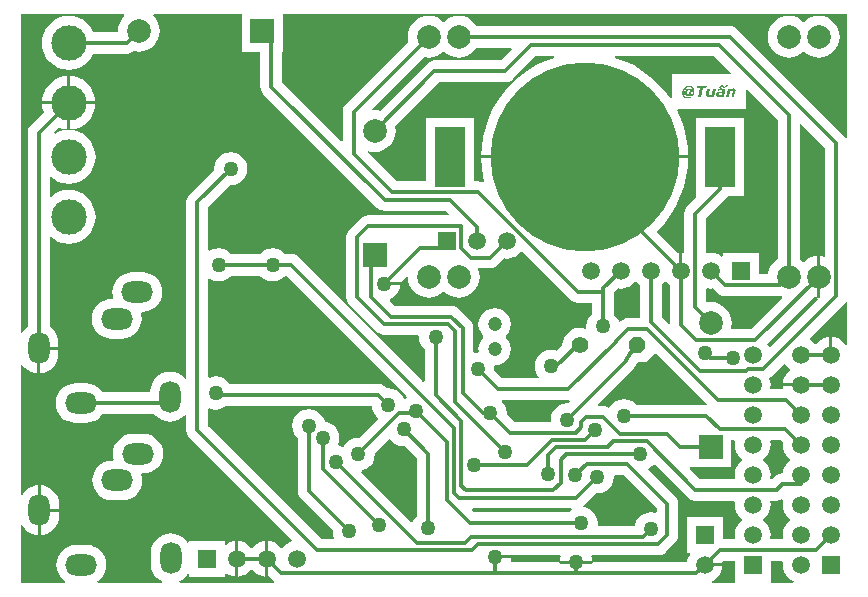
<source format=gbl>
%FSLAX25Y25*%
%MOIN*%
G70*
G01*
G75*
G04 Layer_Physical_Order=2*
G04 Layer_Color=16711680*
%ADD10R,0.05906X0.05512*%
%ADD11O,0.02756X0.09055*%
%ADD12R,0.05709X0.02362*%
%ADD13R,0.04331X0.05512*%
%ADD14R,0.03937X0.05118*%
%ADD15R,0.05512X0.04331*%
%ADD16O,0.02362X0.09055*%
%ADD17R,0.05906X0.11024*%
%ADD18R,0.11024X0.05906*%
%ADD19R,0.05118X0.03937*%
%ADD20R,0.05512X0.05906*%
%ADD21R,0.05906X0.05906*%
%ADD22O,0.08661X0.02362*%
%ADD23R,0.06102X0.13583*%
%ADD24R,0.06102X0.04331*%
%ADD25R,0.06102X0.04331*%
%ADD26C,0.01200*%
%ADD27C,0.04724*%
%ADD28O,0.07087X0.10630*%
%ADD29O,0.10630X0.07087*%
%ADD30C,0.05906*%
%ADD31R,0.05906X0.05906*%
%ADD32C,0.07874*%
%ADD33R,0.07874X0.07874*%
%ADD34C,0.05512*%
%ADD35P,0.05966X8X202.5*%
%ADD36C,0.04724*%
%ADD37C,0.11810*%
%ADD38R,0.07874X0.07874*%
%ADD39C,0.05000*%
%ADD40C,0.63000*%
%ADD41R,0.10000X0.20000*%
G36*
X354265Y287600D02*
X354133Y287167D01*
X354018Y286000D01*
X354133Y284833D01*
X354474Y283711D01*
X355027Y282677D01*
X355770Y281770D01*
X356404Y281250D01*
Y280750D01*
X355770Y280230D01*
X355027Y279323D01*
X354474Y278289D01*
X354133Y277167D01*
X354018Y276000D01*
X354117Y275002D01*
X353781Y274631D01*
X350219D01*
X349883Y275002D01*
X349982Y276000D01*
X349867Y277167D01*
X349526Y278289D01*
X348973Y279323D01*
X348230Y280230D01*
X347323Y280974D01*
Y281027D01*
X348230Y281770D01*
X348973Y282677D01*
X349526Y283711D01*
X349867Y284833D01*
X349982Y286000D01*
X349867Y287167D01*
X350016Y287369D01*
X352000D01*
X352940Y287493D01*
X352940D01*
X352940Y287493D01*
X352940Y287493D01*
X353816Y287855D01*
X353854Y287885D01*
X354265Y287600D01*
D02*
G37*
G36*
X311969Y284796D02*
Y283558D01*
X311553Y283280D01*
X311486Y283308D01*
X310050Y283498D01*
X308614Y283308D01*
X307276Y282754D01*
X306127Y281873D01*
X305246Y280724D01*
X304692Y279386D01*
X304642Y279012D01*
X292623D01*
X292293Y279388D01*
X292348Y279800D01*
X292158Y281236D01*
X291604Y282574D01*
X290723Y283723D01*
X289574Y284604D01*
X288236Y285158D01*
X287733Y285225D01*
X287603Y285708D01*
X287773Y285838D01*
X291836Y289900D01*
X292200Y289852D01*
X293636Y290042D01*
X294974Y290596D01*
X296123Y291477D01*
X297004Y292626D01*
X297558Y293964D01*
X297747Y295400D01*
X297709Y295693D01*
X298039Y296069D01*
X300696D01*
X311969Y284796D01*
D02*
G37*
G36*
X223242Y307875D02*
X223777Y307177D01*
X224926Y306296D01*
X226264Y305742D01*
X227700Y305553D01*
X228064Y305601D01*
X232269Y301396D01*
Y282546D01*
X231977Y282323D01*
X231096Y281174D01*
X230760Y280363D01*
X230270Y280265D01*
X213591Y296944D01*
X213752Y297417D01*
X213936Y297442D01*
X215274Y297996D01*
X216423Y298877D01*
X217304Y300026D01*
X217858Y301364D01*
X218047Y302800D01*
X218000Y303164D01*
X222743Y307908D01*
X223242Y307875D01*
D02*
G37*
G36*
X283631Y284301D02*
X282877Y283723D01*
X282807Y283631D01*
X251204D01*
X250523Y284312D01*
X250714Y284774D01*
X283470D01*
X283631Y284301D01*
D02*
G37*
G36*
X354094Y306771D02*
X354018Y306000D01*
X354133Y304833D01*
X354474Y303711D01*
X355027Y302677D01*
X355770Y301770D01*
X356404Y301250D01*
Y300750D01*
X355770Y300230D01*
X355027Y299323D01*
X354474Y298289D01*
X354133Y297167D01*
X354061Y296431D01*
X353800D01*
X352860Y296307D01*
X351985Y295945D01*
X351233Y295368D01*
X351232Y295368D01*
X350607Y294742D01*
X350107Y294754D01*
X349883Y295002D01*
X349982Y296000D01*
X349867Y297167D01*
X349526Y298289D01*
X348973Y299323D01*
X348230Y300230D01*
X347323Y300974D01*
Y301027D01*
X348230Y301770D01*
X348973Y302677D01*
X349526Y303711D01*
X349867Y304833D01*
X349982Y306000D01*
X349867Y307167D01*
X349867Y307167D01*
X350164Y307569D01*
X353296D01*
X354094Y306771D01*
D02*
G37*
G36*
X283141Y320476D02*
X282564Y319900D01*
X282200Y319948D01*
X280764Y319758D01*
X279426Y319204D01*
X278277Y318323D01*
X277396Y317174D01*
X276842Y315836D01*
X276653Y314400D01*
X276701Y314028D01*
X276372Y313652D01*
X264483D01*
X262000Y316136D01*
X262048Y316500D01*
X261858Y317936D01*
X261304Y319274D01*
X260423Y320423D01*
X260574Y320869D01*
X282500D01*
X282920Y320924D01*
X283141Y320476D01*
D02*
G37*
G36*
X354906Y332903D02*
X355027Y332677D01*
X355770Y331770D01*
X356404Y331250D01*
Y330750D01*
X355770Y330230D01*
X355027Y329323D01*
X354474Y328289D01*
X354133Y327167D01*
X354068Y326500D01*
X360001D01*
Y325500D01*
X354068D01*
X354117Y325002D01*
X353781Y324631D01*
X350219D01*
X349883Y325002D01*
X349982Y326000D01*
X349867Y327167D01*
X349544Y328231D01*
X350067Y328632D01*
X354411Y332976D01*
X354906Y332903D01*
D02*
G37*
G36*
X338134Y307167D02*
X338133Y307167D01*
X338018Y306000D01*
X338133Y304833D01*
X338474Y303711D01*
X339026Y302677D01*
X339770Y301770D01*
X340405Y301250D01*
Y300750D01*
X339770Y300230D01*
X339026Y299323D01*
X338474Y298289D01*
X338133Y297167D01*
X338018Y296000D01*
X338117Y295002D01*
X337781Y294631D01*
X326354D01*
X323038Y297947D01*
Y298447D01*
X323063Y298472D01*
D01*
X323063Y298472D01*
X336937D01*
Y307569D01*
X337836D01*
X338134Y307167D01*
D02*
G37*
G36*
X217142Y317914D02*
X217696Y316576D01*
X218577Y315427D01*
X219077Y315044D01*
X219110Y314545D01*
X212864Y308299D01*
X212500Y308348D01*
X211064Y308158D01*
X209726Y307604D01*
X208577Y306723D01*
X207696Y305574D01*
X207576Y305286D01*
X206436Y305758D01*
X206090Y305804D01*
X205840Y306237D01*
X206058Y306764D01*
X206247Y308200D01*
X206058Y309636D01*
X205504Y310974D01*
X204623Y312123D01*
X203474Y313004D01*
X202136Y313558D01*
X201382Y313658D01*
X201358Y313836D01*
X200804Y315174D01*
X199923Y316323D01*
X198774Y317204D01*
X197436Y317758D01*
X196000Y317948D01*
X194564Y317758D01*
X193226Y317204D01*
X192077Y316323D01*
X191196Y315174D01*
X190642Y313836D01*
X190453Y312400D01*
X190642Y310964D01*
X191196Y309626D01*
X192077Y308477D01*
X192369Y308254D01*
Y290702D01*
X192493Y289763D01*
X192855Y288887D01*
X193432Y288135D01*
X204000Y277567D01*
X203953Y277202D01*
X204142Y275767D01*
X204523Y274847D01*
X204245Y274431D01*
X200404D01*
X162531Y312304D01*
Y317919D01*
X162947Y318197D01*
X163564Y317942D01*
X165000Y317753D01*
X166436Y317942D01*
X167774Y318496D01*
X168390Y318969D01*
X217003D01*
X217142Y317914D01*
D02*
G37*
G36*
X322282Y288433D02*
X322282D01*
X322282Y288432D01*
X322283D01*
X322283Y288432D01*
Y288432D01*
X322283Y288432D01*
Y288432D01*
X323035Y287855D01*
X323291Y287749D01*
X323910Y287493D01*
X324850Y287369D01*
X324850Y287369D01*
X337781D01*
X338117Y286999D01*
X338018Y286000D01*
X338133Y284833D01*
X338474Y283711D01*
X339026Y282677D01*
X339770Y281770D01*
X340405Y281250D01*
Y280750D01*
X339770Y280230D01*
X339026Y279323D01*
X338474Y278289D01*
X338133Y277167D01*
X338018Y276000D01*
X338117Y275002D01*
X337781Y274631D01*
X333953D01*
Y281953D01*
X322047D01*
Y270047D01*
X323036D01*
X323250Y269595D01*
X323026Y269323D01*
X322474Y268289D01*
X322133Y267167D01*
X322100Y266831D01*
X290708D01*
X290648Y266900D01*
X290582Y266400D01*
X279618D01*
X279552Y266900D01*
X279492Y266831D01*
X263794D01*
X263464Y267207D01*
X263582Y268100D01*
X258099D01*
Y269100D01*
X263582D01*
X263609Y268893D01*
X263939Y269269D01*
X279678D01*
X279956Y268853D01*
X279742Y268336D01*
X279618Y267400D01*
X290582D01*
X290458Y268336D01*
X290244Y268853D01*
X290522Y269269D01*
X312500D01*
X313440Y269393D01*
X314316Y269755D01*
X315068Y270333D01*
X315068Y270332D01*
X315068Y270333D01*
X318167Y273432D01*
X318745Y274184D01*
X319107Y275060D01*
X319231Y276000D01*
X319231Y276000D01*
X319231Y276000D01*
Y276000D01*
Y286300D01*
X319107Y287240D01*
X318745Y288116D01*
X318167Y288867D01*
X309235Y297800D01*
X309274Y297996D01*
X310423Y298877D01*
X310806Y299377D01*
X311305Y299410D01*
X322282Y288433D01*
D02*
G37*
G36*
X331012Y422000D02*
X330147D01*
X330211Y422293D01*
X330205Y422287D01*
X330188Y422281D01*
X330164Y422263D01*
X330129Y422240D01*
X330053Y422193D01*
X329960Y422135D01*
X329954D01*
X329936Y422123D01*
X329913Y422111D01*
X329883Y422094D01*
X329807Y422058D01*
X329726Y422023D01*
X329720D01*
X329702Y422018D01*
X329673Y422006D01*
X329644Y421994D01*
X329556Y421971D01*
X329468Y421947D01*
X329462D01*
X329450Y421942D01*
X329427D01*
X329398Y421936D01*
X329328Y421930D01*
X329240Y421924D01*
X329181D01*
X329117Y421936D01*
X329041Y421947D01*
X328947Y421965D01*
X328860Y421994D01*
X328766Y422035D01*
X328684Y422094D01*
X328678Y422099D01*
X328655Y422123D01*
X328620Y422164D01*
X328585Y422222D01*
X328544Y422293D01*
X328515Y422380D01*
X328491Y422480D01*
X328479Y422597D01*
Y422603D01*
Y422614D01*
Y422632D01*
Y422655D01*
Y422708D01*
X328485Y422766D01*
Y422772D01*
Y422778D01*
X328491Y422796D01*
Y422819D01*
X328503Y422878D01*
X328515Y422942D01*
X328924Y424703D01*
X329802D01*
X329491Y423357D01*
Y423351D01*
X329486Y423334D01*
X329480Y423305D01*
X329468Y423269D01*
X329450Y423182D01*
X329433Y423094D01*
Y423088D01*
Y423076D01*
X329427Y423053D01*
Y423030D01*
X329421Y422971D01*
X329415Y422907D01*
Y422901D01*
Y422883D01*
X329421Y422854D01*
X329427Y422819D01*
X329450Y422743D01*
X329468Y422708D01*
X329491Y422679D01*
X329497D01*
X329509Y422667D01*
X329526Y422655D01*
X329556Y422644D01*
X329597Y422632D01*
X329649Y422620D01*
X329708Y422614D01*
X329784Y422608D01*
X329825D01*
X329854Y422614D01*
X329889Y422620D01*
X329930Y422626D01*
X330024Y422649D01*
X330030D01*
X330047Y422661D01*
X330077Y422667D01*
X330117Y422684D01*
X330158Y422702D01*
X330211Y422725D01*
X330328Y422784D01*
X330767Y424703D01*
X331638D01*
X331012Y422000D01*
D02*
G37*
G36*
X322945Y425650D02*
X322998D01*
X323068Y425644D01*
X323144Y425633D01*
X323232Y425615D01*
X323326Y425598D01*
X323419Y425568D01*
X323524Y425539D01*
X323630Y425498D01*
X323735Y425452D01*
X323834Y425399D01*
X323940Y425335D01*
X324033Y425258D01*
X324127Y425177D01*
X324133Y425171D01*
X324150Y425153D01*
X324174Y425130D01*
X324203Y425089D01*
X324238Y425042D01*
X324279Y424984D01*
X324320Y424919D01*
X324367Y424843D01*
X324408Y424755D01*
X324449Y424662D01*
X324490Y424562D01*
X324525Y424451D01*
X324560Y424334D01*
X324583Y424205D01*
X324595Y424077D01*
X324601Y423936D01*
Y423931D01*
Y423919D01*
Y423895D01*
Y423860D01*
X324595Y423825D01*
Y423778D01*
X324589Y423726D01*
X324583Y423667D01*
X324560Y423539D01*
X324536Y423386D01*
X324496Y423229D01*
X324443Y423065D01*
Y423059D01*
X324437Y423047D01*
X324425Y423024D01*
X324414Y422995D01*
X324402Y422954D01*
X324378Y422913D01*
X324338Y422807D01*
X324279Y422696D01*
X324215Y422573D01*
X324139Y422450D01*
X324057Y422333D01*
X322787D01*
Y422521D01*
X322781Y422515D01*
X322764Y422503D01*
X322735Y422485D01*
X322700Y422462D01*
X322612Y422415D01*
X322518Y422368D01*
X322512D01*
X322495Y422363D01*
X322471Y422357D01*
X322430Y422345D01*
X322384Y422339D01*
X322331Y422328D01*
X322261Y422322D01*
X322155D01*
X322132Y422328D01*
X322074Y422333D01*
X321998Y422351D01*
X321910Y422380D01*
X321816Y422421D01*
X321728Y422480D01*
X321647Y422556D01*
X321641Y422568D01*
X321617Y422603D01*
X321582Y422655D01*
X321547Y422725D01*
X321506Y422819D01*
X321477Y422936D01*
X321453Y423065D01*
X321442Y423211D01*
Y423217D01*
Y423240D01*
Y423275D01*
X321448Y423316D01*
X321453Y423369D01*
X321459Y423433D01*
X321471Y423503D01*
X321489Y423585D01*
X321530Y423755D01*
X321559Y423843D01*
X321588Y423936D01*
X321629Y424024D01*
X321676Y424118D01*
X321728Y424205D01*
X321793Y424293D01*
X321799Y424299D01*
X321810Y424311D01*
X321828Y424334D01*
X321857Y424363D01*
X321892Y424399D01*
X321933Y424434D01*
X321980Y424474D01*
X322033Y424521D01*
X322155Y424603D01*
X322302Y424673D01*
X322378Y424703D01*
X322466Y424726D01*
X322553Y424738D01*
X322641Y424744D01*
X322700D01*
X322735Y424738D01*
X322781Y424732D01*
X322828Y424720D01*
X322928Y424691D01*
X322934D01*
X322951Y424679D01*
X322974Y424668D01*
X323004Y424656D01*
X323074Y424615D01*
X323144Y424556D01*
X323173Y424709D01*
X323735D01*
X323349Y422743D01*
X323788D01*
Y422749D01*
X323794Y422755D01*
X323811Y422790D01*
X323840Y422842D01*
X323875Y422913D01*
X323916Y422995D01*
X323952Y423094D01*
X323992Y423199D01*
X324022Y423310D01*
Y423316D01*
X324028Y423322D01*
Y423340D01*
X324033Y423363D01*
X324045Y423422D01*
X324063Y423503D01*
X324080Y423597D01*
X324092Y423697D01*
X324098Y423808D01*
X324104Y423925D01*
Y423931D01*
Y423954D01*
Y423983D01*
X324098Y424024D01*
X324092Y424077D01*
X324086Y424135D01*
X324074Y424200D01*
X324063Y424270D01*
X324022Y424422D01*
X323998Y424498D01*
X323963Y424580D01*
X323922Y424656D01*
X323881Y424732D01*
X323829Y424802D01*
X323770Y424872D01*
X323764Y424878D01*
X323753Y424890D01*
X323735Y424907D01*
X323706Y424925D01*
X323676Y424954D01*
X323630Y424984D01*
X323583Y425013D01*
X323524Y425048D01*
X323460Y425083D01*
X323390Y425112D01*
X323308Y425141D01*
X323226Y425171D01*
X323132Y425188D01*
X323033Y425206D01*
X322928Y425217D01*
X322811Y425223D01*
X322752D01*
X322723Y425217D01*
X322688D01*
X322600Y425206D01*
X322501Y425188D01*
X322384Y425159D01*
X322267Y425124D01*
X322144Y425071D01*
X322138D01*
X322132Y425065D01*
X322115Y425054D01*
X322091Y425042D01*
X322027Y425013D01*
X321951Y424966D01*
X321863Y424907D01*
X321764Y424837D01*
X321664Y424750D01*
X321565Y424656D01*
X321553Y424644D01*
X321524Y424609D01*
X321477Y424556D01*
X321418Y424480D01*
X321354Y424387D01*
X321290Y424282D01*
X321219Y424159D01*
X321161Y424030D01*
Y424024D01*
X321155Y424012D01*
X321149Y423995D01*
X321138Y423966D01*
X321126Y423931D01*
X321114Y423895D01*
X321091Y423796D01*
X321062Y423679D01*
X321038Y423550D01*
X321021Y423404D01*
X321015Y423252D01*
Y423246D01*
Y423234D01*
Y423217D01*
Y423193D01*
X321021Y423129D01*
X321026Y423053D01*
X321038Y422959D01*
X321056Y422860D01*
X321079Y422755D01*
X321114Y422655D01*
X321120Y422644D01*
X321132Y422614D01*
X321155Y422568D01*
X321190Y422503D01*
X321225Y422439D01*
X321272Y422368D01*
X321331Y422293D01*
X321389Y422228D01*
X321395Y422222D01*
X321424Y422199D01*
X321459Y422170D01*
X321512Y422135D01*
X321571Y422094D01*
X321641Y422047D01*
X321723Y422006D01*
X321810Y421971D01*
X321822Y421965D01*
X321851Y421959D01*
X321904Y421942D01*
X321968Y421930D01*
X322044Y421912D01*
X322132Y421895D01*
X322226Y421889D01*
X322331Y421883D01*
X322413D01*
X322466Y421889D01*
X322536Y421895D01*
X322618Y421901D01*
X322711Y421912D01*
X322811Y421924D01*
X322822D01*
X322857Y421930D01*
X322910Y421942D01*
X322974Y421953D01*
X323051Y421965D01*
X323127Y421982D01*
X323203Y422000D01*
X323279Y422018D01*
X323209Y421555D01*
X323197D01*
X323168Y421550D01*
X323121Y421538D01*
X323062Y421526D01*
X322992Y421515D01*
X322916Y421503D01*
X322752Y421479D01*
X322741D01*
X322711Y421474D01*
X322670Y421468D01*
X322606D01*
X322536Y421462D01*
X322454Y421456D01*
X322366Y421450D01*
X322232D01*
X322191Y421456D01*
X322138D01*
X322068Y421468D01*
X321992Y421474D01*
X321904Y421491D01*
X321810Y421509D01*
X321711Y421532D01*
X321606Y421567D01*
X321500Y421602D01*
X321395Y421649D01*
X321284Y421702D01*
X321184Y421766D01*
X321079Y421842D01*
X320986Y421924D01*
X320980Y421930D01*
X320962Y421947D01*
X320939Y421971D01*
X320910Y422012D01*
X320874Y422058D01*
X320833Y422117D01*
X320787Y422181D01*
X320746Y422257D01*
X320699Y422345D01*
X320652Y422439D01*
X320611Y422544D01*
X320576Y422661D01*
X320547Y422784D01*
X320523Y422913D01*
X320506Y423053D01*
X320500Y423199D01*
Y423205D01*
Y423223D01*
Y423246D01*
X320506Y423281D01*
Y423328D01*
X320512Y423375D01*
X320517Y423433D01*
X320523Y423498D01*
X320547Y423638D01*
X320576Y423796D01*
X320623Y423960D01*
X320681Y424123D01*
Y424129D01*
X320687Y424141D01*
X320699Y424164D01*
X320716Y424200D01*
X320734Y424235D01*
X320757Y424282D01*
X320810Y424387D01*
X320880Y424510D01*
X320968Y424644D01*
X321068Y424779D01*
X321179Y424907D01*
X321184Y424913D01*
X321190Y424925D01*
X321214Y424943D01*
X321237Y424966D01*
X321266Y424995D01*
X321302Y425024D01*
X321389Y425101D01*
X321500Y425188D01*
X321629Y425282D01*
X321775Y425370D01*
X321933Y425452D01*
X321939D01*
X321951Y425463D01*
X321980Y425469D01*
X322009Y425487D01*
X322050Y425498D01*
X322097Y425516D01*
X322155Y425533D01*
X322214Y425557D01*
X322354Y425592D01*
X322512Y425627D01*
X322688Y425650D01*
X322869Y425656D01*
X322904D01*
X322945Y425650D01*
D02*
G37*
G36*
X328479Y424890D02*
X327374D01*
X326701Y422000D01*
X325777D01*
X326444Y424890D01*
X325326D01*
X325484Y425580D01*
X328643D01*
X328479Y424890D01*
D02*
G37*
G36*
X333709Y424773D02*
X333768D01*
X333832Y424767D01*
X333902Y424755D01*
X334054Y424738D01*
X334212Y424709D01*
X334359Y424668D01*
X334423Y424638D01*
X334482Y424609D01*
X334487D01*
X334493Y424603D01*
X334528Y424580D01*
X334575Y424539D01*
X334634Y424486D01*
X334686Y424410D01*
X334733Y424323D01*
X334768Y424217D01*
X334774Y424159D01*
X334780Y424094D01*
Y424088D01*
Y424059D01*
X334774Y424024D01*
X334768Y423972D01*
Y423966D01*
Y423960D01*
X334762Y423925D01*
X334756Y423884D01*
X334745Y423837D01*
X334324Y422000D01*
X333470D01*
X333534Y422281D01*
X333528D01*
X333522Y422269D01*
X333505Y422257D01*
X333481Y422246D01*
X333417Y422205D01*
X333335Y422152D01*
X333329D01*
X333317Y422140D01*
X333294Y422129D01*
X333265Y422111D01*
X333200Y422076D01*
X333124Y422035D01*
X333118D01*
X333101Y422029D01*
X333078Y422018D01*
X333042Y422006D01*
X332961Y421977D01*
X332873Y421953D01*
X332867D01*
X332849Y421947D01*
X332826Y421942D01*
X332791D01*
X332744Y421936D01*
X332686Y421930D01*
X332621Y421924D01*
X332510D01*
X332487Y421930D01*
X332428Y421936D01*
X332352Y421947D01*
X332264Y421971D01*
X332171Y422006D01*
X332077Y422047D01*
X331995Y422111D01*
X331984Y422123D01*
X331960Y422146D01*
X331931Y422187D01*
X331890Y422246D01*
X331849Y422316D01*
X331820Y422398D01*
X331796Y422491D01*
X331785Y422603D01*
Y422608D01*
Y422614D01*
Y422632D01*
Y422655D01*
X331790Y422714D01*
X331802Y422790D01*
X331820Y422878D01*
X331849Y422965D01*
X331884Y423059D01*
X331931Y423147D01*
X331937Y423158D01*
X331960Y423182D01*
X331995Y423223D01*
X332042Y423275D01*
X332106Y423334D01*
X332183Y423392D01*
X332276Y423451D01*
X332381Y423503D01*
X332387D01*
X332393Y423509D01*
X332411Y423515D01*
X332428Y423521D01*
X332487Y423544D01*
X332569Y423574D01*
X332662Y423603D01*
X332779Y423632D01*
X332902Y423656D01*
X333042Y423679D01*
X333060D01*
X333083Y423685D01*
X333113Y423691D01*
X333148Y423697D01*
X333189D01*
X333235Y423708D01*
X333294Y423714D01*
X333417Y423726D01*
X333557Y423743D01*
X333709Y423755D01*
X333873Y423767D01*
Y423778D01*
Y423790D01*
X333879Y423808D01*
Y423813D01*
X333885Y423831D01*
X333891Y423854D01*
Y423884D01*
Y423889D01*
Y423913D01*
X333885Y423942D01*
X333873Y423977D01*
X333850Y424018D01*
X333826Y424053D01*
X333785Y424088D01*
X333733Y424118D01*
X333727Y424123D01*
X333703Y424129D01*
X333668Y424141D01*
X333616Y424153D01*
X333551Y424164D01*
X333470Y424176D01*
X333376Y424188D01*
X333230D01*
X333183Y424182D01*
X333124Y424176D01*
X333054Y424170D01*
X332972Y424159D01*
X332885Y424135D01*
X332791Y424112D01*
X332779D01*
X332750Y424100D01*
X332703Y424088D01*
X332645Y424071D01*
X332586Y424053D01*
X332522Y424036D01*
X332457Y424012D01*
X332405Y423995D01*
X332329D01*
X332452Y424638D01*
X332457D01*
X332481Y424644D01*
X332516Y424656D01*
X332569Y424668D01*
X332633Y424679D01*
X332715Y424691D01*
X332808Y424709D01*
X332920Y424726D01*
X332931D01*
X332949Y424732D01*
X332972D01*
X333036Y424744D01*
X333118Y424755D01*
X333212Y424761D01*
X333317Y424773D01*
X333434Y424779D01*
X333657D01*
X333709Y424773D01*
D02*
G37*
G36*
X337641Y424761D02*
X337722Y424750D01*
X337816Y424732D01*
X337910Y424697D01*
X338003Y424656D01*
X338085Y424597D01*
X338097Y424592D01*
X338120Y424562D01*
X338149Y424521D01*
X338190Y424469D01*
X338226Y424393D01*
X338261Y424305D01*
X338284Y424200D01*
X338290Y424083D01*
Y424077D01*
Y424071D01*
Y424036D01*
X338284Y423989D01*
X338278Y423925D01*
Y423919D01*
Y423913D01*
X338272Y423895D01*
Y423872D01*
X338261Y423819D01*
X338249Y423755D01*
X337845Y422000D01*
X336974D01*
X337272Y423334D01*
Y423340D01*
X337278Y423357D01*
X337284Y423386D01*
X337290Y423422D01*
X337307Y423503D01*
X337325Y423585D01*
Y423591D01*
X337331Y423603D01*
Y423626D01*
X337336Y423650D01*
X337342Y423714D01*
Y423784D01*
Y423790D01*
Y423808D01*
X337336Y423837D01*
X337331Y423872D01*
X337307Y423948D01*
X337290Y423983D01*
X337260Y424012D01*
X337254Y424018D01*
X337243Y424024D01*
X337225Y424036D01*
X337196Y424053D01*
X337155Y424065D01*
X337108Y424077D01*
X337044Y424083D01*
X336974Y424088D01*
X336933D01*
X336903Y424083D01*
X336868Y424077D01*
X336827Y424071D01*
X336728Y424042D01*
X336722D01*
X336704Y424036D01*
X336675Y424024D01*
X336640Y424007D01*
X336593Y423989D01*
X336541Y423966D01*
X336424Y423907D01*
X335985Y422000D01*
X335119D01*
X335739Y424703D01*
X336611D01*
X336541Y424404D01*
X336546D01*
X336552Y424410D01*
X336588Y424434D01*
X336640Y424463D01*
X336704Y424504D01*
X336781Y424545D01*
X336857Y424592D01*
X336944Y424633D01*
X337026Y424673D01*
X337038Y424679D01*
X337067Y424691D01*
X337108Y424703D01*
X337173Y424726D01*
X337243Y424744D01*
X337331Y424755D01*
X337418Y424767D01*
X337518Y424773D01*
X337576D01*
X337641Y424761D01*
D02*
G37*
G36*
X354117Y266999D02*
X354018Y266000D01*
X354133Y264833D01*
X354474Y263711D01*
X355027Y262677D01*
X355770Y261770D01*
X356677Y261027D01*
X357690Y260485D01*
X357574Y260022D01*
X357567Y260000D01*
X349953D01*
Y260047D01*
X349953D01*
Y267369D01*
X353781D01*
X354117Y266999D01*
D02*
G37*
G36*
X338047Y260047D02*
D01*
Y260047D01*
X338000Y260000D01*
X330433D01*
X330426Y260022D01*
X330310Y260485D01*
X331323Y261027D01*
X332230Y261770D01*
X332974Y262677D01*
X333526Y263711D01*
X333867Y264833D01*
X333932Y265500D01*
X327999D01*
Y266500D01*
X333932D01*
X333906Y266771D01*
X334504Y267369D01*
X338047D01*
Y260047D01*
D02*
G37*
G36*
X334751Y425083D02*
X334136D01*
X333815Y425609D01*
X333247Y425083D01*
X332604D01*
X333592Y426031D01*
X334195D01*
X334751Y425083D01*
D02*
G37*
G36*
X335207Y425387D02*
X334780D01*
X335137Y426031D01*
X335774D01*
X335207Y425387D01*
D02*
G37*
G36*
X368169Y404996D02*
Y369011D01*
X367767Y368713D01*
X367360Y368837D01*
X366500Y368921D01*
Y361999D01*
Y355335D01*
X366215Y355050D01*
X366000Y355029D01*
X365595Y355069D01*
X365763Y354598D01*
X349798Y338633D01*
X349303Y338706D01*
X348973Y339323D01*
X348741Y339606D01*
X364378Y355243D01*
X364640Y355163D01*
X365500Y355079D01*
Y361999D01*
Y368921D01*
X364640Y368837D01*
X363333Y368440D01*
X362127Y367796D01*
X361071Y366929D01*
X360929D01*
X359873Y367796D01*
X359631Y367925D01*
Y412881D01*
X360093Y413072D01*
X368169Y404996D01*
D02*
G37*
G36*
X375500Y408256D02*
X375010Y408159D01*
X374945Y408316D01*
X374367Y409067D01*
X338867Y444568D01*
X338116Y445145D01*
X337240Y445507D01*
X336300Y445631D01*
X251925D01*
X251796Y445873D01*
X250929Y446929D01*
X249873Y447796D01*
X248668Y448440D01*
X247360Y448837D01*
X246000Y448971D01*
X244640Y448837D01*
X243333Y448440D01*
X242127Y447796D01*
X241071Y446929D01*
X240929D01*
X239873Y447796D01*
X238667Y448440D01*
X237360Y448837D01*
X236000Y448971D01*
X234640Y448837D01*
X233332Y448440D01*
X232127Y447796D01*
X231071Y446929D01*
X230204Y445873D01*
X229560Y444667D01*
X229163Y443360D01*
X229029Y442000D01*
X229163Y440640D01*
X229243Y440378D01*
X208433Y419568D01*
X207855Y418816D01*
X207493Y417940D01*
X207369Y417000D01*
Y407319D01*
X206907Y407128D01*
X187131Y426904D01*
Y437063D01*
X187528D01*
Y449500D01*
X375500D01*
Y408256D01*
D02*
G37*
G36*
X228939Y322069D02*
X228926Y322004D01*
X228059Y321339D01*
X227576Y321468D01*
X227304Y322124D01*
X226423Y323273D01*
X225274Y324154D01*
X223936Y324708D01*
X222500Y324898D01*
X222136Y324850D01*
X221817Y325167D01*
X221065Y325745D01*
X220190Y326107D01*
X219250Y326231D01*
X169684D01*
X168923Y327223D01*
X167774Y328104D01*
X166436Y328658D01*
X165000Y328848D01*
X163564Y328658D01*
X162947Y328403D01*
X162531Y328680D01*
Y361164D01*
X162979Y361385D01*
X163226Y361196D01*
X164564Y360642D01*
X166000Y360453D01*
X167436Y360642D01*
X168774Y361196D01*
X169923Y362077D01*
X170146Y362369D01*
X179854D01*
X180077Y362077D01*
X181226Y361196D01*
X182564Y360642D01*
X184000Y360453D01*
X185436Y360642D01*
X186774Y361196D01*
X187923Y362077D01*
X188146Y362369D01*
X188640D01*
X228939Y322069D01*
D02*
G37*
G36*
X283154Y354433D02*
Y354433D01*
D01*
Y354433D01*
X283154Y354432D01*
D01*
D01*
X283154D01*
X283154Y354432D01*
Y354432D01*
X283154Y354432D01*
Y354432D01*
X283906Y353855D01*
X284782Y353493D01*
X285722Y353369D01*
X290469D01*
Y349723D01*
X290077Y349423D01*
X289196Y348274D01*
X288642Y346936D01*
X288453Y345500D01*
X288516Y345020D01*
X288119Y344715D01*
X287896Y344808D01*
X286394Y345006D01*
X284891Y344808D01*
X283491Y344228D01*
X282289Y343305D01*
X281366Y342103D01*
X280786Y340703D01*
X280608Y339349D01*
X278676Y337418D01*
X278336Y337558D01*
X276900Y337748D01*
X275464Y337558D01*
X274126Y337004D01*
X272977Y336123D01*
X272096Y334974D01*
X271542Y333636D01*
X271353Y332200D01*
X271542Y330764D01*
X272096Y329426D01*
X272745Y328579D01*
X272524Y328131D01*
X260504D01*
X257800Y330836D01*
X257847Y331200D01*
X257719Y332177D01*
X258000Y332458D01*
X259400Y332642D01*
X260704Y333182D01*
X261824Y334042D01*
X262684Y335162D01*
X263224Y336466D01*
X263408Y337866D01*
X263224Y339266D01*
X262684Y340570D01*
X261824Y341691D01*
X261747Y341750D01*
Y342250D01*
X261824Y342309D01*
X262684Y343430D01*
X263224Y344734D01*
X263408Y346134D01*
X263224Y347534D01*
X262684Y348838D01*
X261824Y349958D01*
X260704Y350818D01*
X259400Y351358D01*
X258000Y351542D01*
X256600Y351358D01*
X255296Y350818D01*
X254176Y349958D01*
X253316Y348838D01*
X252776Y347534D01*
X252591Y346134D01*
X252776Y344734D01*
X253316Y343430D01*
X254176Y342309D01*
X254253Y342250D01*
Y341750D01*
X254176Y341691D01*
X253316Y340570D01*
X252776Y339266D01*
X252591Y337866D01*
X252693Y337096D01*
X252339Y336742D01*
X252300Y336748D01*
X251307Y336617D01*
X250931Y336946D01*
Y345000D01*
X250807Y345940D01*
X250445Y346815D01*
X249868Y347568D01*
X246167Y351268D01*
X245415Y351845D01*
X244540Y352207D01*
X243600Y352331D01*
X224804D01*
X223078Y354057D01*
X223175Y354548D01*
X223774Y354796D01*
X224923Y355677D01*
X225804Y356826D01*
X226358Y358164D01*
X226482Y359100D01*
X220999D01*
Y360100D01*
X226482D01*
X226500Y359965D01*
X228572Y362036D01*
X229042Y361868D01*
X229163Y360640D01*
X229560Y359332D01*
X230204Y358127D01*
X231071Y357071D01*
X232127Y356204D01*
X233332Y355560D01*
X234640Y355163D01*
X236000Y355029D01*
X237360Y355163D01*
X238667Y355560D01*
X239873Y356204D01*
X240929Y357071D01*
X241071D01*
X242127Y356204D01*
X243333Y355560D01*
X244640Y355163D01*
X246000Y355029D01*
X247360Y355163D01*
X248668Y355560D01*
X249873Y356204D01*
X250929Y357071D01*
X251796Y358127D01*
X252440Y359332D01*
X252837Y360640D01*
X252971Y362000D01*
X252837Y363360D01*
X252440Y364668D01*
X252501Y364769D01*
X256400D01*
X257340Y364893D01*
X258215Y365255D01*
X258967Y365832D01*
X261229Y368094D01*
X262000Y368018D01*
X263167Y368133D01*
X264289Y368474D01*
X265323Y369026D01*
X266230Y369770D01*
X266709Y370354D01*
X267208Y370378D01*
X283154Y354433D01*
D02*
G37*
G36*
X263772Y437907D02*
X259996Y434131D01*
X237909D01*
X236970Y434007D01*
X236094Y433645D01*
X235342Y433068D01*
X235342Y433068D01*
X219622Y417348D01*
X219360Y417427D01*
X218000Y417561D01*
X217292Y417491D01*
X217079Y417943D01*
X234378Y435243D01*
X234640Y435163D01*
X236000Y435029D01*
X237360Y435163D01*
X238667Y435560D01*
X239873Y436204D01*
X240929Y437071D01*
X241071D01*
X242127Y436204D01*
X243333Y435560D01*
X244640Y435163D01*
X246000Y435029D01*
X247360Y435163D01*
X248668Y435560D01*
X249873Y436204D01*
X250929Y437071D01*
X251796Y438127D01*
X251925Y438369D01*
X263581D01*
X263772Y437907D01*
D02*
G37*
G36*
X173654Y437063D02*
X179869D01*
Y425400D01*
X179993Y424460D01*
X180355Y423585D01*
X180932Y422832D01*
X180932Y422832D01*
X180932Y422832D01*
Y422832D01*
X218716Y385049D01*
X218716Y385049D01*
X219468Y384472D01*
X219724Y384366D01*
X220344Y384109D01*
X221283Y383985D01*
X221284Y383985D01*
X241628D01*
X242721Y382893D01*
X242529Y382431D01*
X215800D01*
X214860Y382307D01*
X214241Y382051D01*
X213984Y381945D01*
X213232Y381367D01*
X209632Y377767D01*
X209055Y377015D01*
X208693Y376140D01*
X208569Y375200D01*
Y355200D01*
X208693Y354260D01*
X209055Y353384D01*
X209632Y352632D01*
X218532Y343733D01*
X219285Y343155D01*
X220160Y342793D01*
X221100Y342669D01*
X232461D01*
X232791Y342293D01*
X232752Y342000D01*
X232942Y340564D01*
X233496Y339226D01*
X234377Y338077D01*
X234669Y337854D01*
Y327263D01*
X234207Y327072D01*
X192711Y368567D01*
X191959Y369145D01*
X191083Y369507D01*
X190144Y369631D01*
X188146D01*
X187923Y369923D01*
X186774Y370804D01*
X185436Y371358D01*
X184000Y371548D01*
X182564Y371358D01*
X181226Y370804D01*
X180077Y369923D01*
X179854Y369631D01*
X170146D01*
X169923Y369923D01*
X168774Y370804D01*
X167436Y371358D01*
X166000Y371548D01*
X164564Y371358D01*
X163226Y370804D01*
X162979Y370615D01*
X162531Y370836D01*
Y385396D01*
X169636Y392500D01*
X170000Y392453D01*
X171436Y392642D01*
X172774Y393196D01*
X173923Y394077D01*
X174804Y395226D01*
X175358Y396564D01*
X175548Y398000D01*
X175358Y399436D01*
X174804Y400774D01*
X173923Y401923D01*
X172774Y402804D01*
X171436Y403358D01*
X170000Y403547D01*
X168564Y403358D01*
X167226Y402804D01*
X166077Y401923D01*
X165196Y400774D01*
X164642Y399436D01*
X164453Y398000D01*
X164500Y397636D01*
X156332Y389468D01*
X155755Y388716D01*
X155393Y387840D01*
X155269Y386900D01*
Y328161D01*
X154798Y327993D01*
X154440Y328429D01*
X153444Y329246D01*
X152307Y329854D01*
X151074Y330228D01*
X149791Y330354D01*
X148509Y330228D01*
X147275Y329854D01*
X146139Y329246D01*
X145142Y328429D01*
X144325Y327432D01*
X143717Y326296D01*
X143343Y325062D01*
X143216Y323780D01*
Y323513D01*
X127278D01*
X127266Y323535D01*
X126448Y324531D01*
X125452Y325349D01*
X124315Y325956D01*
X123082Y326330D01*
X121799Y326457D01*
X118256D01*
X116973Y326330D01*
X115740Y325956D01*
X114603Y325349D01*
X113607Y324531D01*
X112789Y323535D01*
X112181Y322398D01*
X111807Y321165D01*
X111681Y319882D01*
X111807Y318599D01*
X112181Y317366D01*
X112789Y316229D01*
X113607Y315233D01*
X114603Y314415D01*
X115740Y313807D01*
X116973Y313433D01*
X118256Y313307D01*
X121799D01*
X123082Y313433D01*
X124315Y313807D01*
X125452Y314415D01*
X126448Y315233D01*
X127266Y316229D01*
X127278Y316251D01*
X144597D01*
X145142Y315587D01*
X146139Y314769D01*
X147275Y314162D01*
X148509Y313788D01*
X149791Y313661D01*
X151074Y313788D01*
X152307Y314162D01*
X153444Y314769D01*
X154440Y315587D01*
X154798Y316023D01*
X155269Y315854D01*
Y310800D01*
X155393Y309860D01*
X155755Y308984D01*
X156332Y308232D01*
X156332Y308232D01*
X156333Y308232D01*
X190386Y274179D01*
X190264Y273694D01*
X189711Y273526D01*
X188677Y272973D01*
X187770Y272230D01*
X187250Y271596D01*
X186750D01*
X186230Y272230D01*
X185323Y272973D01*
X184289Y273526D01*
X183167Y273867D01*
X182500Y273932D01*
Y267999D01*
Y262068D01*
X182771Y262094D01*
X184232Y260632D01*
X184232Y260632D01*
X184440Y260473D01*
X184279Y260000D01*
X153014D01*
X152892Y260485D01*
X153645Y260887D01*
X154641Y261705D01*
X155459Y262702D01*
X155562Y262895D01*
X156047Y262773D01*
Y262047D01*
X167953D01*
Y263036D01*
X168405Y263250D01*
X168677Y263026D01*
X169711Y262474D01*
X170833Y262133D01*
X171500Y262068D01*
Y267999D01*
Y273932D01*
X170833Y273867D01*
X169711Y273526D01*
X168677Y272973D01*
X168405Y272750D01*
X167953Y272964D01*
Y273953D01*
X156047D01*
Y273479D01*
X155562Y273357D01*
X155459Y273551D01*
X154641Y274547D01*
X153645Y275364D01*
X152508Y275972D01*
X151275Y276346D01*
X149992Y276473D01*
X148709Y276346D01*
X147476Y275972D01*
X146339Y275364D01*
X145343Y274547D01*
X144525Y273551D01*
X143918Y272414D01*
X143544Y271180D01*
X143417Y269898D01*
Y266354D01*
X143544Y265072D01*
X143918Y263838D01*
X144525Y262702D01*
X145343Y261705D01*
X146339Y260887D01*
X147092Y260485D01*
X146971Y260000D01*
X125684D01*
X125563Y260485D01*
X125653Y260533D01*
X126649Y261351D01*
X127467Y262347D01*
X128075Y263484D01*
X128449Y264717D01*
X128575Y266000D01*
X128449Y267283D01*
X128075Y268516D01*
X127467Y269653D01*
X126649Y270649D01*
X125653Y271467D01*
X124516Y272075D01*
X123283Y272449D01*
X122000Y272575D01*
X118457D01*
X117174Y272449D01*
X115941Y272075D01*
X114804Y271467D01*
X113807Y270649D01*
X112990Y269653D01*
X112382Y268516D01*
X112008Y267283D01*
X111882Y266000D01*
X112008Y264717D01*
X112382Y263484D01*
X112990Y262347D01*
X113807Y261351D01*
X114804Y260533D01*
X114894Y260485D01*
X114772Y260000D01*
X100000D01*
Y279200D01*
X100485Y279321D01*
X100761Y278804D01*
X101579Y277807D01*
X102576Y276990D01*
X103712Y276382D01*
X104946Y276008D01*
X105728Y275931D01*
Y284227D01*
Y292526D01*
X104946Y292449D01*
X103712Y292074D01*
X102576Y291467D01*
X101579Y290649D01*
X100761Y289653D01*
X100485Y289136D01*
X100000Y289257D01*
Y332706D01*
X100485Y332827D01*
X100561Y332686D01*
X101378Y331689D01*
X102375Y330872D01*
X103511Y330264D01*
X104745Y329890D01*
X105528Y329813D01*
Y338111D01*
X106027D01*
Y338610D01*
X112602D01*
Y339882D01*
X112476Y341165D01*
X112102Y342398D01*
X111494Y343535D01*
X110677Y344531D01*
X109680Y345349D01*
X109659Y345360D01*
Y375100D01*
X110111Y375313D01*
X111029Y374560D01*
X112576Y373733D01*
X114254Y373224D01*
X116000Y373052D01*
X117746Y373224D01*
X119424Y373733D01*
X120971Y374560D01*
X122327Y375673D01*
X123440Y377029D01*
X124267Y378576D01*
X124776Y380254D01*
X124948Y382000D01*
X124776Y383746D01*
X124267Y385424D01*
X123440Y386971D01*
X122327Y388327D01*
X120971Y389440D01*
X119424Y390267D01*
X117746Y390776D01*
X116000Y390948D01*
X114254Y390776D01*
X112576Y390267D01*
X111029Y389440D01*
X110111Y388687D01*
X109659Y388900D01*
Y395100D01*
X110111Y395313D01*
X111029Y394560D01*
X112576Y393733D01*
X114254Y393224D01*
X116000Y393052D01*
X117746Y393224D01*
X119424Y393733D01*
X120971Y394560D01*
X122327Y395673D01*
X123440Y397029D01*
X124267Y398576D01*
X124776Y400254D01*
X124948Y402000D01*
X124776Y403746D01*
X124267Y405424D01*
X123440Y406971D01*
X122327Y408327D01*
X120971Y409440D01*
X119424Y410267D01*
X117746Y410776D01*
X116000Y410948D01*
X114254Y410776D01*
X112576Y410267D01*
X111557Y409722D01*
X111259Y410124D01*
X112800Y411665D01*
X114254Y411224D01*
X115500Y411101D01*
Y419500D01*
X107101D01*
X107224Y418254D01*
X107665Y416800D01*
X103460Y412595D01*
X102883Y411843D01*
X102520Y410967D01*
X102397Y410028D01*
Y345360D01*
X102375Y345349D01*
X101378Y344531D01*
X100561Y343535D01*
X100485Y343393D01*
X100000Y343515D01*
Y449500D01*
X134434D01*
X134603Y449029D01*
X134481Y448929D01*
X133614Y447873D01*
X132969Y446667D01*
X132573Y445360D01*
X132439Y444000D01*
X132104Y443631D01*
X124156D01*
X123440Y444971D01*
X122327Y446327D01*
X120971Y447440D01*
X119424Y448267D01*
X117746Y448776D01*
X116000Y448948D01*
X114254Y448776D01*
X112576Y448267D01*
X111029Y447440D01*
X109673Y446327D01*
X108560Y444971D01*
X107733Y443424D01*
X107224Y441746D01*
X107052Y440000D01*
X107224Y438254D01*
X107733Y436576D01*
X108560Y435029D01*
X109673Y433673D01*
X111029Y432560D01*
X112576Y431733D01*
X114254Y431224D01*
X116000Y431052D01*
X117746Y431224D01*
X119424Y431733D01*
X120971Y432560D01*
X122327Y433673D01*
X123440Y435029D01*
X124156Y436369D01*
X135409D01*
X136349Y436493D01*
X136349D01*
X136349Y436493D01*
X136349Y436493D01*
X137225Y436855D01*
X137746Y437255D01*
X138049Y437163D01*
X139409Y437029D01*
X140769Y437163D01*
X142077Y437560D01*
X143282Y438204D01*
X144338Y439071D01*
X145205Y440127D01*
X145849Y441332D01*
X146246Y442640D01*
X146380Y444000D01*
X146246Y445360D01*
X145849Y446667D01*
X145205Y447873D01*
X144338Y448929D01*
X144216Y449029D01*
X144385Y449500D01*
X173654D01*
Y437063D01*
D02*
G37*
G36*
X336672Y429993D02*
X336481Y429531D01*
X317000D01*
Y421610D01*
X316525Y421453D01*
X314701Y423913D01*
X312425Y426425D01*
X309913Y428701D01*
X307190Y430720D01*
X304283Y432463D01*
X301219Y433912D01*
X298027Y435054D01*
X298078Y435469D01*
X331196D01*
X336672Y429993D01*
D02*
G37*
G36*
X277755Y434976D02*
X274781Y433912D01*
X271717Y432463D01*
X268810Y430720D01*
X266087Y428701D01*
X263575Y426425D01*
X261299Y423913D01*
X259280Y421190D01*
X257537Y418283D01*
X256088Y415218D01*
X254946Y412027D01*
X254122Y408739D01*
X253625Y405386D01*
X253483Y402500D01*
X322517D01*
X322375Y405386D01*
X321878Y408739D01*
X321054Y412027D01*
X319912Y415218D01*
X318820Y417528D01*
X319088Y417950D01*
X341790D01*
Y424222D01*
X342252Y424413D01*
X352369Y414296D01*
Y367925D01*
X352127Y367796D01*
X351071Y366929D01*
X350204Y365873D01*
X349560Y364668D01*
X349163Y363360D01*
X349111Y362831D01*
X345953D01*
Y369953D01*
X334047D01*
Y368964D01*
X333595Y368750D01*
X333323Y368973D01*
X332289Y369526D01*
X331167Y369867D01*
X330000Y369982D01*
X328833Y369867D01*
X328833Y369866D01*
X328431Y370164D01*
Y381496D01*
X335567Y388632D01*
X335850Y389000D01*
X341000D01*
Y415000D01*
X325000D01*
Y389000D01*
X325012D01*
X325203Y388538D01*
X322233Y385567D01*
X321655Y384816D01*
X321293Y383940D01*
X321169Y383000D01*
Y370239D01*
X320798Y369903D01*
X320500Y369932D01*
Y363999D01*
X319500D01*
Y369932D01*
X319229Y369906D01*
X312227Y376908D01*
X312240Y377408D01*
X312425Y377575D01*
X314701Y380087D01*
X316720Y382810D01*
X318463Y385717D01*
X319912Y388781D01*
X321054Y391973D01*
X321878Y395261D01*
X322375Y398614D01*
X322517Y401500D01*
X253483D01*
X253625Y398614D01*
X254122Y395261D01*
X254498Y393761D01*
X254119Y393435D01*
X253461Y393707D01*
X252522Y393831D01*
X251000D01*
Y415000D01*
X235000D01*
Y393831D01*
X225304D01*
X215561Y403575D01*
X215817Y404003D01*
X216640Y403754D01*
X218000Y403620D01*
X219360Y403754D01*
X220668Y404151D01*
X221873Y404795D01*
X222929Y405662D01*
X223796Y406718D01*
X224440Y407923D01*
X224837Y409231D01*
X224971Y410591D01*
X224837Y411950D01*
X224757Y412213D01*
X239413Y426869D01*
X261500D01*
X262440Y426993D01*
X263316Y427355D01*
X264068Y427932D01*
X264068Y427932D01*
X264068Y427932D01*
X271604Y435469D01*
X277670D01*
X277755Y434976D01*
D02*
G37*
G36*
X328694Y319521D02*
X328600Y319331D01*
X305246D01*
X305023Y319623D01*
X303874Y320504D01*
X302536Y321058D01*
X301100Y321248D01*
X299664Y321058D01*
X298326Y320504D01*
X297177Y319623D01*
X296296Y318474D01*
X295900Y318368D01*
X295800Y318445D01*
X294924Y318807D01*
X293984Y318931D01*
X292519D01*
X292328Y319393D01*
X303868Y330932D01*
X304089Y331221D01*
X304327Y331494D01*
X305619Y333444D01*
X308484D01*
X311362Y336322D01*
X311362Y336322D01*
Y336322D01*
X311737Y336477D01*
X328694Y319521D01*
D02*
G37*
G36*
X315770Y359770D02*
X316369Y359279D01*
Y346375D01*
X315907Y346184D01*
X313631Y348460D01*
Y359279D01*
X314230Y359770D01*
X314750Y360404D01*
X315250D01*
X315770Y359770D01*
D02*
G37*
G36*
X375500Y353744D02*
Y339367D01*
X375015Y339246D01*
X374974Y339323D01*
X374230Y340230D01*
X373323Y340973D01*
X372289Y341526D01*
X371167Y341867D01*
X370500Y341932D01*
Y335999D01*
X369500D01*
Y341932D01*
X368833Y341867D01*
X367711Y341526D01*
X366677Y340973D01*
X365770Y340230D01*
X365279Y339631D01*
X364721D01*
X364230Y340230D01*
X363323Y340973D01*
X363097Y341094D01*
X363024Y341589D01*
X374367Y352933D01*
X374945Y353684D01*
X375010Y353841D01*
X375500Y353744D01*
D02*
G37*
G36*
X328833Y358133D02*
X330000Y358018D01*
X330771Y358094D01*
X332232Y356632D01*
X332232Y356632D01*
X332984Y356055D01*
X333347Y355905D01*
X333860Y355693D01*
X334800Y355569D01*
X334800Y355569D01*
X353200D01*
X353293Y355581D01*
X353332Y355560D01*
X353705Y355447D01*
X353827Y354962D01*
X343296Y344431D01*
X337014D01*
X336716Y344833D01*
X336837Y345231D01*
X336971Y346591D01*
X336837Y347951D01*
X336440Y349258D01*
X335796Y350463D01*
X334929Y351519D01*
X333873Y352386D01*
X332667Y353031D01*
X331360Y353427D01*
X330000Y353561D01*
X328801Y353443D01*
X328431Y353779D01*
Y357836D01*
X328833Y358134D01*
X328833Y358133D01*
D02*
G37*
G36*
X305770Y359770D02*
X306369Y359279D01*
Y348231D01*
X302500D01*
X302500Y348231D01*
X301560Y348107D01*
X301047Y347895D01*
X300684Y347745D01*
X299933Y347167D01*
X299932Y347167D01*
X299777Y347012D01*
X299287Y347110D01*
X298804Y348274D01*
X297923Y349423D01*
X297731Y349570D01*
Y356596D01*
X299229Y358094D01*
X300000Y358018D01*
X301167Y358133D01*
X302289Y358474D01*
X303323Y359027D01*
X304230Y359770D01*
X304750Y360404D01*
X305250D01*
X305770Y359770D01*
D02*
G37*
%LPC*%
G36*
X322676Y424282D02*
X322664D01*
X322629Y424276D01*
X322583Y424264D01*
X322518Y424246D01*
X322448Y424211D01*
X322372Y424159D01*
X322337Y424123D01*
X322296Y424083D01*
X322261Y424036D01*
X322226Y423983D01*
Y423977D01*
X322220Y423972D01*
X322208Y423954D01*
X322197Y423931D01*
X322185Y423901D01*
X322167Y423866D01*
X322138Y423784D01*
X322103Y423679D01*
X322074Y423556D01*
X322050Y423416D01*
X322044Y423264D01*
Y423252D01*
Y423223D01*
X322050Y423176D01*
X322056Y423123D01*
X322079Y423000D01*
X322097Y422942D01*
X322126Y422895D01*
X322132Y422889D01*
X322144Y422878D01*
X322161Y422860D01*
X322197Y422842D01*
X322232Y422819D01*
X322278Y422801D01*
X322337Y422790D01*
X322401Y422784D01*
X322442D01*
X322471Y422790D01*
X322536Y422801D01*
X322612Y422831D01*
X322618D01*
X322629Y422842D01*
X322653Y422854D01*
X322676Y422866D01*
X322746Y422913D01*
X322822Y422971D01*
X323056Y424170D01*
X323051D01*
X323045Y424176D01*
X323010Y424200D01*
X322957Y424223D01*
X322887Y424246D01*
X322881D01*
X322869Y424252D01*
X322852Y424258D01*
X322828Y424264D01*
X322758Y424276D01*
X322676Y424282D01*
D02*
G37*
G36*
X140673Y363476D02*
X137130D01*
X135847Y363350D01*
X134614Y362976D01*
X133477Y362368D01*
X132481Y361551D01*
X131663Y360554D01*
X131055Y359418D01*
X130681Y358184D01*
X130555Y356902D01*
X130681Y355619D01*
X130876Y354977D01*
X130578Y354575D01*
X130228D01*
X128946Y354449D01*
X127712Y354075D01*
X126576Y353467D01*
X125579Y352649D01*
X124761Y351653D01*
X124154Y350516D01*
X123780Y349283D01*
X123653Y348000D01*
X123780Y346717D01*
X124154Y345484D01*
X124761Y344347D01*
X125579Y343351D01*
X126576Y342533D01*
X127712Y341926D01*
X128946Y341551D01*
X130228Y341425D01*
X133772D01*
X135054Y341551D01*
X136288Y341926D01*
X137425Y342533D01*
X138421Y343351D01*
X139239Y344347D01*
X139846Y345484D01*
X140220Y346717D01*
X140347Y348000D01*
X140220Y349283D01*
X140025Y349925D01*
X140323Y350327D01*
X140673D01*
X141956Y350453D01*
X143189Y350827D01*
X144326Y351435D01*
X145322Y352252D01*
X146140Y353249D01*
X146748Y354385D01*
X147122Y355619D01*
X147248Y356902D01*
X147122Y358184D01*
X146748Y359418D01*
X146140Y360554D01*
X145322Y361551D01*
X144326Y362368D01*
X143189Y362976D01*
X141956Y363350D01*
X140673Y363476D01*
D02*
G37*
G36*
X366000Y448971D02*
X364640Y448837D01*
X363333Y448440D01*
X362127Y447796D01*
X361071Y446929D01*
X360929D01*
X359873Y447796D01*
X358667Y448440D01*
X357360Y448837D01*
X356000Y448971D01*
X354640Y448837D01*
X353332Y448440D01*
X352127Y447796D01*
X351071Y446929D01*
X350204Y445873D01*
X349560Y444667D01*
X349163Y443360D01*
X349029Y442000D01*
X349163Y440640D01*
X349560Y439332D01*
X350204Y438127D01*
X351071Y437071D01*
X352127Y436204D01*
X353332Y435560D01*
X354640Y435163D01*
X356000Y435029D01*
X357360Y435163D01*
X358667Y435560D01*
X359873Y436204D01*
X360929Y437071D01*
X361071D01*
X362127Y436204D01*
X363333Y435560D01*
X364640Y435163D01*
X366000Y435029D01*
X367360Y435163D01*
X368668Y435560D01*
X369873Y436204D01*
X370929Y437071D01*
X371796Y438127D01*
X372440Y439332D01*
X372837Y440640D01*
X372971Y442000D01*
X372837Y443360D01*
X372440Y444667D01*
X371796Y445873D01*
X370929Y446929D01*
X369873Y447796D01*
X368668Y448440D01*
X367360Y448837D01*
X366000Y448971D01*
D02*
G37*
G36*
X112602Y337610D02*
X106528D01*
Y329813D01*
X107310Y329890D01*
X108544Y330264D01*
X109680Y330872D01*
X110677Y331689D01*
X111494Y332686D01*
X112102Y333822D01*
X112476Y335056D01*
X112602Y336339D01*
Y337610D01*
D02*
G37*
G36*
X333762Y423275D02*
X333750D01*
X333721Y423269D01*
X333680D01*
X333622Y423258D01*
X333551Y423252D01*
X333481Y423246D01*
X333323Y423223D01*
X333317D01*
X333288Y423217D01*
X333253Y423211D01*
X333206Y423205D01*
X333154Y423193D01*
X333095Y423182D01*
X332984Y423147D01*
X332978D01*
X332961Y423135D01*
X332931Y423123D01*
X332902Y423106D01*
X332826Y423059D01*
X332791Y423030D01*
X332762Y422995D01*
X332756Y422989D01*
X332750Y422977D01*
X332738Y422959D01*
X332727Y422930D01*
X332709Y422895D01*
X332697Y422848D01*
X332691Y422801D01*
X332686Y422743D01*
Y422737D01*
Y422719D01*
X332691Y422696D01*
X332697Y422667D01*
X332709Y422632D01*
X332727Y422603D01*
X332750Y422568D01*
X332785Y422544D01*
X332791D01*
X332803Y422538D01*
X332826Y422527D01*
X332861Y422521D01*
X332902Y422509D01*
X332955Y422497D01*
X333013Y422491D01*
X333107D01*
X333130Y422497D01*
X333165D01*
X333206Y422503D01*
X333253Y422515D01*
X333358Y422550D01*
X333364D01*
X333382Y422562D01*
X333411Y422573D01*
X333446Y422591D01*
X333534Y422638D01*
X333627Y422702D01*
X333762Y423275D01*
D02*
G37*
G36*
X112803Y283728D02*
X106728D01*
Y275931D01*
X107511Y276008D01*
X108745Y276382D01*
X109881Y276990D01*
X110878Y277807D01*
X111695Y278804D01*
X112303Y279941D01*
X112677Y281174D01*
X112803Y282457D01*
Y283728D01*
D02*
G37*
G36*
X140874Y309595D02*
X137331D01*
X136048Y309468D01*
X134815Y309094D01*
X133678Y308487D01*
X132682Y307669D01*
X131864Y306673D01*
X131256Y305536D01*
X130882Y304302D01*
X130756Y303020D01*
X130882Y301737D01*
X131077Y301095D01*
X130779Y300693D01*
X130429D01*
X129146Y300567D01*
X127913Y300193D01*
X126776Y299585D01*
X125780Y298767D01*
X124962Y297771D01*
X124355Y296634D01*
X123980Y295401D01*
X123854Y294118D01*
X123980Y292835D01*
X124355Y291602D01*
X124962Y290465D01*
X125780Y289469D01*
X126776Y288651D01*
X127913Y288044D01*
X129146Y287669D01*
X130429Y287543D01*
X133973D01*
X135255Y287669D01*
X136489Y288044D01*
X137625Y288651D01*
X138622Y289469D01*
X139439Y290465D01*
X140047Y291602D01*
X140421Y292835D01*
X140547Y294118D01*
X140421Y295401D01*
X140226Y296043D01*
X140524Y296445D01*
X140874D01*
X142157Y296571D01*
X143390Y296945D01*
X144527Y297553D01*
X145523Y298371D01*
X146341Y299367D01*
X146949Y300504D01*
X147323Y301737D01*
X147449Y303020D01*
X147323Y304302D01*
X146949Y305536D01*
X146341Y306673D01*
X145523Y307669D01*
X144527Y308487D01*
X143390Y309094D01*
X142157Y309468D01*
X140874Y309595D01*
D02*
G37*
G36*
X106728Y292526D02*
Y284728D01*
X112803D01*
Y286000D01*
X112677Y287283D01*
X112303Y288516D01*
X111695Y289653D01*
X110878Y290649D01*
X109881Y291467D01*
X108745Y292074D01*
X107511Y292449D01*
X106728Y292526D01*
D02*
G37*
G36*
X181500Y273932D02*
X180833Y273867D01*
X179711Y273526D01*
X178677Y272973D01*
X177770Y272230D01*
X177279Y271631D01*
X176721D01*
X176230Y272230D01*
X175323Y272973D01*
X174289Y273526D01*
X173167Y273867D01*
X172500Y273932D01*
Y267999D01*
Y262068D01*
X173167Y262133D01*
X174289Y262474D01*
X175323Y263026D01*
X176230Y263770D01*
X176721Y264369D01*
X177279D01*
X177770Y263770D01*
X178677Y263026D01*
X179711Y262474D01*
X180833Y262133D01*
X181500Y262068D01*
Y267999D01*
Y273932D01*
D02*
G37*
G36*
X116500Y428899D02*
Y420500D01*
X124899D01*
X124776Y421746D01*
X124267Y423424D01*
X123440Y424971D01*
X122327Y426327D01*
X120971Y427440D01*
X119424Y428267D01*
X117746Y428776D01*
X116500Y428899D01*
D02*
G37*
G36*
X115500D02*
X114254Y428776D01*
X112576Y428267D01*
X111029Y427440D01*
X109673Y426327D01*
X108560Y424971D01*
X107733Y423424D01*
X107224Y421746D01*
X107101Y420500D01*
X115500D01*
Y428899D01*
D02*
G37*
G36*
X124899Y419500D02*
X116500D01*
Y411101D01*
X117746Y411224D01*
X119424Y411733D01*
X120971Y412560D01*
X122327Y413673D01*
X123440Y415029D01*
X124267Y416576D01*
X124776Y418254D01*
X124899Y419500D01*
D02*
G37*
%LPD*%
D21*
X162000Y268000D02*
D03*
X242000Y374000D02*
D03*
X340000Y364000D02*
D03*
D26*
X106028Y339882D02*
Y410028D01*
Y338110D02*
Y339882D01*
X285994Y339600D02*
X286394Y340000D01*
X278594Y332200D02*
X285994Y339600D01*
X139702Y356102D02*
X140502Y356902D01*
X138816Y355216D02*
X139702Y356102D01*
X138016Y356016D02*
X138816Y355216D01*
X137130Y356902D02*
X138016Y356016D01*
X353800Y292800D02*
X360000D01*
X211000Y417000D02*
X236000Y442000D01*
X211000Y403000D02*
Y417000D01*
Y403000D02*
X223800Y390200D01*
X252522D01*
X261500Y430500D02*
X270100Y439100D01*
X237909Y430500D02*
X261500D01*
X218000Y410591D02*
X237909Y430500D01*
X120228Y266000D02*
X121114Y265114D01*
X139988Y302134D02*
X140874Y303020D01*
X139102D02*
X139988Y302134D01*
X132959Y293359D02*
X133718Y294118D01*
X132074Y292474D02*
X132959Y293359D01*
X131315Y293232D02*
X132074Y292474D01*
X186800Y263200D02*
X325200D01*
X258100Y263300D02*
Y268600D01*
X285100Y263300D02*
Y266900D01*
X301300Y333500D02*
X305238Y339444D01*
X305422Y339722D01*
X262979Y310021D02*
X285000D01*
X277245Y307621D02*
X288121D01*
X268823Y299200D02*
X277245Y307621D01*
X278500Y305200D02*
X295700D01*
X275800Y302500D02*
X278500Y305200D01*
X282200Y314400D02*
X301300Y333500D01*
X281900Y302800D02*
X306500D01*
X280100Y301000D02*
X281900Y302800D01*
X280100Y293405D02*
Y301000D01*
X285000Y310021D02*
X286931Y311952D01*
X288700Y299700D02*
X302200D01*
X284900Y295900D02*
X288700Y299700D01*
X286931Y311952D02*
Y313750D01*
X254000Y316500D02*
X256500D01*
X247300Y323200D02*
X254000Y316500D01*
X247300Y323200D02*
Y345000D01*
X165000Y322600D02*
X219250D01*
X230600Y316500D02*
X230800Y316300D01*
X149791Y320236D02*
Y322008D01*
Y319882D02*
Y320236D01*
X149791Y319882D02*
X149791D01*
X121799D02*
X149791D01*
X132886Y348886D02*
X133772Y348000D01*
X305422Y339722D02*
X305606Y340000D01*
X226200Y316500D02*
X230600D01*
X212500Y302800D02*
X226200Y316500D01*
X121114Y265114D02*
X122000Y266000D01*
X130429Y294118D02*
X131315Y293232D01*
X132201Y294118D01*
X238300Y322477D02*
Y342000D01*
X244900Y320100D02*
Y344000D01*
X242600Y346300D02*
X244900Y344000D01*
X243600Y348700D02*
X247300Y345000D01*
X132000Y348000D02*
X132886Y348886D01*
X138016Y356016D02*
X138902Y356902D01*
X120913Y320768D02*
X121799Y319882D01*
X120028D02*
X120913Y320768D01*
X180591Y444000D02*
X183500Y441091D01*
Y425400D02*
Y441091D01*
Y425400D02*
X221283Y387617D01*
X282500Y324500D02*
X298400Y340400D01*
X259000Y324500D02*
X282500D01*
X252300Y331200D02*
X259000Y324500D01*
X298400Y340400D02*
Y340500D01*
X294100Y357000D02*
Y358100D01*
Y348622D02*
Y357000D01*
X285722D02*
X294100D01*
X252522Y390200D02*
X285722Y357000D01*
X294000Y345500D02*
Y348722D01*
X120028Y319882D02*
X121799D01*
X256500Y316500D02*
X262979Y310021D01*
X286931Y313750D02*
X288481Y315300D01*
X293984D01*
X299784Y309500D01*
X315563D01*
X319654Y305409D01*
X333000Y391200D02*
Y402000D01*
X324800Y383000D02*
X333000Y391200D01*
X324800Y351791D02*
Y383000D01*
Y351791D02*
X330000Y346591D01*
X256400Y368400D02*
X262000Y374000D01*
X250000Y368400D02*
X256400D01*
X246800Y371600D02*
X250000Y368400D01*
X246800Y371600D02*
Y378800D01*
X215800D02*
X246800D01*
X212200Y375200D02*
X215800Y378800D01*
X212200Y355200D02*
Y375200D01*
Y355200D02*
X221100Y346300D01*
X242600D01*
X244900Y320100D02*
X261500Y303500D01*
X294100Y358100D02*
X300000Y364000D01*
X276900Y332200D02*
X278594D01*
X196000Y290702D02*
Y312400D01*
Y290702D02*
X209500Y277202D01*
X221283Y387617D02*
X243132D01*
X252000Y378749D01*
Y374000D02*
Y378749D01*
X116000Y440000D02*
X135409D01*
X139409Y444000D01*
X137331Y303020D02*
X139102D01*
X133718Y294118D02*
X133972D01*
X118457Y266000D02*
X120228D01*
X354800Y311200D02*
X360000Y306000D01*
X333100Y311200D02*
X354800D01*
X328600Y315700D02*
X333100Y311200D01*
X301100Y315700D02*
X328600D01*
X205000Y300400D02*
X232200Y273200D01*
X247986D01*
X250167Y275381D01*
X307481D01*
X310050Y277950D01*
X130228Y348000D02*
X132000D01*
X140502Y356902D02*
X140673D01*
X165000Y322600D02*
Y323300D01*
X219250Y322600D02*
X222500Y319350D01*
X118256Y319882D02*
X120028D01*
X182000Y268000D02*
X186800Y263200D01*
X325200D02*
X328000Y266000D01*
X158900Y386900D02*
X170000Y398000D01*
X158900Y310800D02*
Y386900D01*
Y310800D02*
X198900Y270800D01*
X250300D01*
X252400Y272900D01*
X312500D01*
X315600Y276000D01*
Y286300D01*
X302200Y299700D02*
X315600Y286300D01*
X200700Y297900D02*
Y308200D01*
Y297900D02*
X219300Y279300D01*
X285100Y266900D02*
X286000Y266000D01*
X106028Y410028D02*
X116000Y420000D01*
X251200Y299200D02*
X268823D01*
X288121Y307621D02*
X291500Y311000D01*
X277500Y290805D02*
X280100Y293405D01*
X248495Y290805D02*
X277500D01*
X246900Y292400D02*
X248495Y290805D01*
X246900Y292400D02*
Y313877D01*
X238300Y322477D02*
X246900Y313877D01*
X184000Y366000D02*
X190144D01*
X244500Y311644D01*
Y290000D02*
Y311644D01*
Y290000D02*
X246095Y288405D01*
X285205D01*
X292200Y295400D01*
X286600Y280000D02*
X286800Y279800D01*
X249700Y280000D02*
X286600D01*
X242100Y287600D02*
X249700Y280000D01*
X242100Y287600D02*
Y306800D01*
X231700Y317200D02*
X242100Y306800D01*
X319654Y305409D02*
X330000D01*
X223300Y348700D02*
X243600D01*
X216700Y355300D02*
X223300Y348700D01*
X216700Y355300D02*
Y368109D01*
X218000Y369409D01*
X360000Y292800D02*
Y296000D01*
X352000Y291000D02*
X353800Y292800D01*
X324850Y291000D02*
X352000D01*
X308750Y307100D02*
X324850Y291000D01*
X297600Y307100D02*
X308750D01*
X295700Y305200D02*
X297600Y307100D01*
X275800Y296300D02*
Y302500D01*
X328000Y336500D02*
X329700Y334800D01*
X337400D01*
X344800Y340800D02*
X366000Y362000D01*
X325000Y340800D02*
X344800D01*
X320000Y345800D02*
X325000Y340800D01*
X320000Y345800D02*
Y364000D01*
X246000Y442000D02*
X336300D01*
X371800Y406500D01*
Y355500D02*
Y406500D01*
X347500Y331200D02*
X371800Y355500D01*
X342405Y331200D02*
X347500D01*
X341647Y330442D02*
X342405Y331200D01*
X326514Y330442D02*
X341647D01*
X310000Y346956D02*
X326514Y330442D01*
X310000Y346956D02*
Y364000D01*
X258100Y267400D02*
Y268600D01*
X298400Y340500D02*
X302500Y344600D01*
X308750D01*
X332350Y321000D01*
X355000D01*
X360000Y316000D01*
X235900Y278400D02*
Y302900D01*
X227700Y311100D02*
X235900Y302900D01*
X221000Y359600D02*
X233000Y371600D01*
X239600D01*
X242000Y374000D01*
X356000Y362000D02*
Y415800D01*
X332700Y439100D02*
X356000Y415800D01*
X270100Y439100D02*
X332700D01*
X166000Y366000D02*
X184000D01*
X365000Y271000D02*
X370000Y276000D01*
X333000Y271000D02*
X365000D01*
X328000Y266000D02*
X333000Y271000D01*
X288000Y396000D02*
Y402000D01*
Y396000D02*
X320000Y364000D01*
X353200Y359200D02*
X356000Y362000D01*
X334800Y359200D02*
X353200D01*
X330000Y364000D02*
X334800Y359200D01*
X360000Y336000D02*
X370000D01*
X360000Y326000D02*
X370000D01*
X172000Y268000D02*
X182000D01*
D27*
X149992Y269898D02*
D03*
Y266354D02*
D03*
X140874Y303020D02*
D03*
X137331D02*
D03*
X130429Y294118D02*
D03*
X133972D02*
D03*
X106228Y282457D02*
D03*
Y286000D02*
D03*
X118457Y266000D02*
D03*
X122000D02*
D03*
X121799Y319882D02*
D03*
X118256D02*
D03*
X106028Y339882D02*
D03*
Y336339D02*
D03*
X133772Y348000D02*
D03*
X130228D02*
D03*
X137130Y356902D02*
D03*
X140673D02*
D03*
X149791Y320236D02*
D03*
Y323780D02*
D03*
D28*
X149992Y268126D02*
D03*
X106228Y284228D02*
D03*
X106028Y338110D02*
D03*
X149791Y322008D02*
D03*
D29*
X139102Y303020D02*
D03*
X132201Y294118D02*
D03*
X120228Y266000D02*
D03*
X120028Y319882D02*
D03*
X132000Y348000D02*
D03*
X138902Y356902D02*
D03*
D30*
X328000Y266000D02*
D03*
X360000Y336000D02*
D03*
X370000D02*
D03*
X360000Y326000D02*
D03*
X370000D02*
D03*
X360000Y316000D02*
D03*
X370000D02*
D03*
X360000Y306000D02*
D03*
X370000D02*
D03*
X360000Y296000D02*
D03*
X370000D02*
D03*
X360000Y286000D02*
D03*
X370000D02*
D03*
X360000Y276000D02*
D03*
X370000D02*
D03*
X360000Y266000D02*
D03*
X172000Y268000D02*
D03*
X182000D02*
D03*
X192000D02*
D03*
X262000Y374000D02*
D03*
X252000D02*
D03*
X344000Y336000D02*
D03*
Y326000D02*
D03*
Y316000D02*
D03*
Y306000D02*
D03*
Y296000D02*
D03*
Y286000D02*
D03*
Y276000D02*
D03*
X290000Y364000D02*
D03*
X300000D02*
D03*
X310000D02*
D03*
X320000D02*
D03*
X330000D02*
D03*
D31*
X328000Y276000D02*
D03*
X370000Y266000D02*
D03*
X344000D02*
D03*
D32*
X330000Y346591D02*
D03*
X366000Y442000D02*
D03*
X356000D02*
D03*
X246000D02*
D03*
X236000D02*
D03*
Y362000D02*
D03*
X246000D02*
D03*
X356000D02*
D03*
X366000D02*
D03*
X218000Y410591D02*
D03*
X139409Y444000D02*
D03*
D33*
X330000Y305409D02*
D03*
X218000Y369409D02*
D03*
D34*
X286394Y339200D02*
D03*
D35*
X305606D02*
D03*
D36*
X258000Y346134D02*
D03*
Y337866D02*
D03*
D37*
X116000Y402000D02*
D03*
Y382000D02*
D03*
Y440000D02*
D03*
Y420000D02*
D03*
D38*
X180591Y444000D02*
D03*
D39*
X282200Y314400D02*
D03*
X238300Y342000D02*
D03*
X294000Y345500D02*
D03*
X256500Y316500D02*
D03*
X261500Y303500D02*
D03*
X276900Y332200D02*
D03*
X196000Y312400D02*
D03*
X209500Y277202D02*
D03*
X301100Y315700D02*
D03*
X205000Y300400D02*
D03*
X310050Y277950D02*
D03*
X212500Y302800D02*
D03*
X231700Y317200D02*
D03*
X165000Y323300D02*
D03*
X222500Y319350D02*
D03*
X170000Y398000D02*
D03*
X284900Y295900D02*
D03*
X200700Y308200D02*
D03*
X219300Y279300D02*
D03*
X285100Y266900D02*
D03*
X251200Y299200D02*
D03*
X291500Y311000D02*
D03*
X306500Y302800D02*
D03*
X292200Y295400D02*
D03*
X286800Y279800D02*
D03*
X275800Y296300D02*
D03*
X328000Y336500D02*
D03*
X337400Y334800D02*
D03*
X258100Y268600D02*
D03*
X252300Y331200D02*
D03*
X235900Y278400D02*
D03*
X227700Y311100D02*
D03*
X221000Y359600D02*
D03*
X184000Y366000D02*
D03*
X166000D02*
D03*
D40*
X288000Y402000D02*
D03*
D41*
X333000D02*
D03*
X243000D02*
D03*
M02*

</source>
